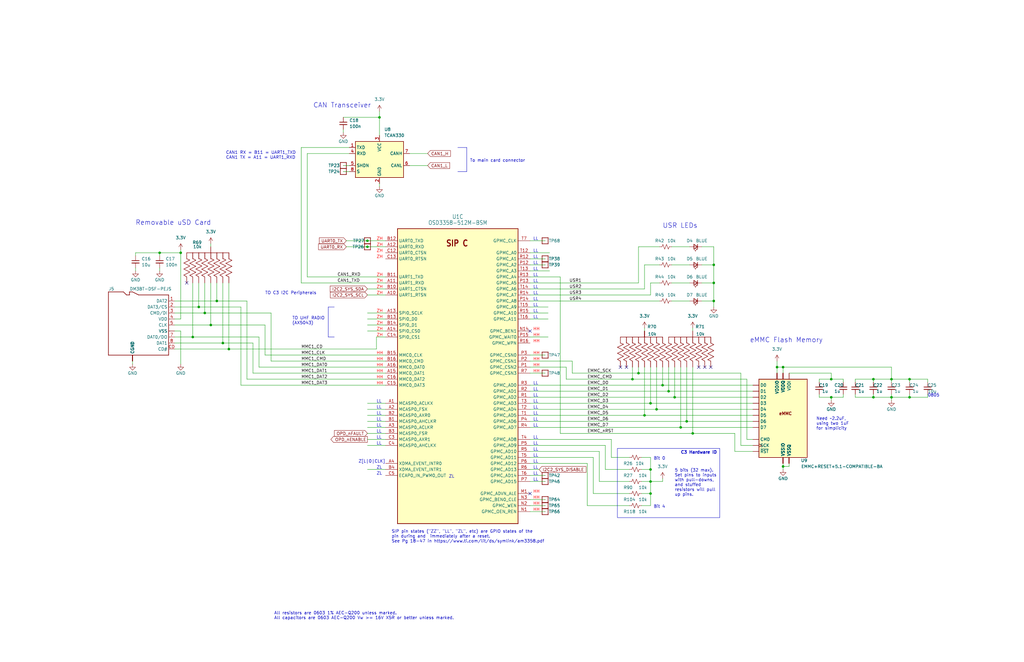
<source format=kicad_sch>
(kicad_sch (version 20230121) (generator eeschema)
  (paper "USLedger")
  (title_block (title "OreSat C3: OSD3358 SIP C") (date "2023-05-29") (rev "6.1"))
  (junction (at 274.32 208.28))
  (junction (at 67.31 106.68))
  (junction (at 88.9 137.16))
  (junction (at 350.52 167.64))
  (junction (at 327.66 154.94))
  (junction (at 96.52 147.32))
  (junction (at 383.54 167.64))
  (junction (at 81.28 142.24))
  (junction (at 91.44 127))
  (junction (at 284.48 167.64))
  (junction (at 274.32 170.18))
  (junction (at 350.52 160.02))
  (junction (at 274.32 203.2))
  (junction (at 375.92 167.64))
  (junction (at 271.78 175.26))
  (junction (at 279.4 162.56))
  (junction (at 160.02 49.53))
  (junction (at 368.3 160.02))
  (junction (at 86.36 132.08))
  (junction (at 276.86 172.72))
  (junction (at 289.56 177.8))
  (junction (at 300.99 127))
  (junction (at 93.98 144.78))
  (junction (at 383.54 160.02))
  (junction (at 292.1 182.88))
  (junction (at 368.3 167.64))
  (junction (at 83.82 129.54))
  (junction (at 281.94 165.1))
  (junction (at 266.7 160.02))
  (junction (at 287.02 180.34))
  (junction (at 375.92 160.02))
  (junction (at 76.2 106.68))
  (junction (at 154.94 104.14))
  (junction (at 330.2 154.94))
  (junction (at 274.32 198.12))
  (junction (at 154.94 101.6))
  (junction (at 300.99 111.76))
  (junction (at 300.99 119.38))
  (junction (at 269.24 157.48))
  (junction (at 330.2 196.85))
  (no_connect (at 78.74 119.38))
  (no_connect (at 261.62 154.94))
  (no_connect (at 264.16 154.94))
  (no_connect (at 294.64 154.94))
  (no_connect (at 297.18 154.94))
  (no_connect (at 299.72 154.94))
  (no_connect (at 223.52 208.28))
  (no_connect (at 223.52 139.7))
  (wire (pts (xy 295.91 119.38) (xy 300.99 119.38)))
  (wire (pts (xy 223.52 119.38) (xy 269.24 119.38)))
  (wire (pts (xy 383.54 166.37) (xy 383.54 167.64)))
  (wire (pts (xy 300.99 111.76) (xy 300.99 119.38)))
  (wire (pts (xy 368.3 166.37) (xy 368.3 167.64)))
  (wire (pts (xy 144.78 72.39) (xy 147.32 72.39)))
  (wire (pts (xy 274.32 198.12) (xy 270.51 198.12)))
  (wire (pts (xy 276.86 154.94) (xy 276.86 172.72)))
  (wire (pts (xy 327.66 152.4) (xy 327.66 154.94)))
  (wire (pts (xy 283.21 104.14) (xy 290.83 104.14)))
  (wire (pts (xy 309.88 190.5) (xy 317.5 190.5)))
  (wire (pts (xy 111.76 149.86) (xy 111.76 137.16)))
  (wire (pts (xy 57.15 113.03) (xy 57.15 114.3)))
  (wire (pts (xy 223.52 198.12) (xy 227.33 198.12)))
  (wire (pts (xy 238.76 154.94) (xy 238.76 160.02)))
  (wire (pts (xy 271.78 121.92) (xy 271.78 111.76)))
  (wire (pts (xy 223.52 190.5) (xy 252.73 190.5)))
  (wire (pts (xy 223.52 210.82) (xy 229.87 210.82)))
  (wire (pts (xy 250.19 193.04) (xy 250.19 208.28)))
  (wire (pts (xy 281.94 154.94) (xy 281.94 165.1)))
  (wire (pts (xy 223.52 132.08) (xy 231.14 132.08)))
  (wire (pts (xy 223.52 213.36) (xy 229.87 213.36)))
  (wire (pts (xy 162.56 160.02) (xy 104.14 160.02)))
  (wire (pts (xy 269.24 154.94) (xy 269.24 157.48)))
  (wire (pts (xy 236.22 182.88) (xy 292.1 182.88)))
  (wire (pts (xy 158.75 142.24) (xy 162.56 142.24)))
  (wire (pts (xy 360.68 161.29) (xy 360.68 160.02)))
  (wire (pts (xy 96.52 147.32) (xy 96.52 119.38)))
  (wire (pts (xy 162.56 132.08) (xy 154.94 132.08)))
  (wire (pts (xy 223.52 149.86) (xy 229.87 149.86)))
  (wire (pts (xy 223.52 172.72) (xy 276.86 172.72)))
  (wire (pts (xy 269.24 157.48) (xy 312.42 157.48)))
  (wire (pts (xy 391.16 166.37) (xy 391.16 167.64)))
  (wire (pts (xy 283.21 111.76) (xy 290.83 111.76)))
  (wire (pts (xy 160.02 49.53) (xy 160.02 57.15)))
  (wire (pts (xy 327.66 154.94) (xy 330.2 154.94)))
  (wire (pts (xy 114.3 132.08) (xy 86.36 132.08)))
  (wire (pts (xy 67.31 106.68) (xy 67.31 107.95)))
  (wire (pts (xy 57.15 106.68) (xy 67.31 106.68)))
  (wire (pts (xy 391.16 161.29) (xy 391.16 160.02)))
  (wire (pts (xy 383.54 160.02) (xy 391.16 160.02)))
  (wire (pts (xy 314.96 160.02) (xy 314.96 185.42)))
  (wire (pts (xy 309.88 182.88) (xy 309.88 190.5)))
  (wire (pts (xy 73.66 139.7) (xy 76.2 139.7)))
  (wire (pts (xy 265.43 203.2) (xy 252.73 203.2)))
  (wire (pts (xy 375.92 160.02) (xy 375.92 161.29)))
  (wire (pts (xy 265.43 208.28) (xy 250.19 208.28)))
  (polyline (pts (xy 193.04 62.23) (xy 196.85 62.23)))
  (wire (pts (xy 147.32 62.23) (xy 127 62.23)))
  (polyline (pts (xy 140.97 129.54) (xy 138.43 129.54)))
  (wire (pts (xy 160.02 46.99) (xy 160.02 49.53)))
  (wire (pts (xy 223.52 106.68) (xy 231.775 106.68)))
  (wire (pts (xy 274.32 208.28) (xy 270.51 208.28)))
  (wire (pts (xy 276.86 172.72) (xy 317.5 172.72)))
  (wire (pts (xy 144.78 54.61) (xy 144.78 55.88)))
  (wire (pts (xy 271.78 154.94) (xy 271.78 175.26)))
  (wire (pts (xy 154.94 177.8) (xy 162.56 177.8)))
  (wire (pts (xy 88.9 137.16) (xy 88.9 119.38)))
  (wire (pts (xy 146.05 104.14) (xy 154.94 104.14)))
  (wire (pts (xy 287.02 180.34) (xy 317.5 180.34)))
  (wire (pts (xy 281.94 165.1) (xy 317.5 165.1)))
  (wire (pts (xy 223.52 175.26) (xy 271.78 175.26)))
  (wire (pts (xy 330.2 196.85) (xy 332.74 196.85)))
  (wire (pts (xy 274.32 119.38) (xy 278.13 119.38)))
  (wire (pts (xy 375.92 167.64) (xy 375.92 168.91)))
  (wire (pts (xy 332.74 196.85) (xy 332.74 195.58)))
  (wire (pts (xy 279.4 154.94) (xy 279.4 162.56)))
  (wire (pts (xy 375.92 160.02) (xy 375.92 154.94)))
  (wire (pts (xy 368.3 167.64) (xy 375.92 167.64)))
  (wire (pts (xy 223.52 127) (xy 278.13 127)))
  (wire (pts (xy 279.4 201.93) (xy 279.4 203.2)))
  (wire (pts (xy 350.52 167.64) (xy 350.52 168.91)))
  (wire (pts (xy 96.52 147.32) (xy 158.75 147.32)))
  (wire (pts (xy 269.24 104.14) (xy 278.13 104.14)))
  (wire (pts (xy 274.32 170.18) (xy 317.5 170.18)))
  (wire (pts (xy 383.54 160.02) (xy 383.54 161.29)))
  (wire (pts (xy 162.56 124.46) (xy 154.94 124.46)))
  (wire (pts (xy 154.94 104.14) (xy 162.56 104.14)))
  (wire (pts (xy 274.32 193.04) (xy 274.32 198.12)))
  (wire (pts (xy 383.54 167.64) (xy 375.92 167.64)))
  (wire (pts (xy 111.76 149.86) (xy 162.56 149.86)))
  (wire (pts (xy 223.52 195.58) (xy 247.65 195.58)))
  (wire (pts (xy 93.98 144.78) (xy 93.98 119.38)))
  (wire (pts (xy 283.21 127) (xy 290.83 127)))
  (wire (pts (xy 76.2 105.41) (xy 76.2 106.68)))
  (wire (pts (xy 109.22 154.94) (xy 109.22 142.24)))
  (wire (pts (xy 274.32 198.12) (xy 274.32 203.2)))
  (wire (pts (xy 109.22 154.94) (xy 162.56 154.94)))
  (wire (pts (xy 88.9 102.87) (xy 88.9 104.14)))
  (wire (pts (xy 144.78 49.53) (xy 160.02 49.53)))
  (wire (pts (xy 172.72 64.77) (xy 180.34 64.77)))
  (wire (pts (xy 76.2 139.7) (xy 76.2 153.67)))
  (polyline (pts (xy 193.04 72.39) (xy 196.85 72.39)))
  (wire (pts (xy 223.52 193.04) (xy 250.19 193.04)))
  (wire (pts (xy 223.52 109.22) (xy 229.87 109.22)))
  (wire (pts (xy 269.24 119.38) (xy 269.24 104.14)))
  (wire (pts (xy 223.52 167.64) (xy 284.48 167.64)))
  (wire (pts (xy 223.52 157.48) (xy 229.87 157.48)))
  (wire (pts (xy 300.99 127) (xy 295.91 127)))
  (wire (pts (xy 223.52 101.6) (xy 229.87 101.6)))
  (wire (pts (xy 162.56 121.92) (xy 154.94 121.92)))
  (wire (pts (xy 252.73 190.5) (xy 252.73 203.2)))
  (wire (pts (xy 223.52 142.24) (xy 231.14 142.24)))
  (wire (pts (xy 266.7 160.02) (xy 314.96 160.02)))
  (wire (pts (xy 158.75 147.32) (xy 158.75 142.24)))
  (wire (pts (xy 83.82 129.54) (xy 73.66 129.54)))
  (wire (pts (xy 236.22 116.84) (xy 236.22 182.88)))
  (wire (pts (xy 274.32 124.46) (xy 274.32 119.38)))
  (polyline (pts (xy 138.43 142.24) (xy 140.97 142.24)))
  (wire (pts (xy 73.66 134.62) (xy 76.2 134.62)))
  (wire (pts (xy 223.52 121.92) (xy 271.78 121.92)))
  (wire (pts (xy 241.3 157.48) (xy 269.24 157.48)))
  (wire (pts (xy 127 119.38) (xy 162.56 119.38)))
  (wire (pts (xy 57.15 106.68) (xy 57.15 107.95)))
  (wire (pts (xy 154.94 175.26) (xy 162.56 175.26)))
  (wire (pts (xy 375.92 160.02) (xy 383.54 160.02)))
  (wire (pts (xy 160.02 77.47) (xy 160.02 78.74)))
  (wire (pts (xy 223.52 124.46) (xy 274.32 124.46)))
  (wire (pts (xy 154.94 134.62) (xy 162.56 134.62)))
  (wire (pts (xy 86.36 132.08) (xy 86.36 119.38)))
  (wire (pts (xy 223.52 134.62) (xy 231.14 134.62)))
  (wire (pts (xy 279.4 162.56) (xy 317.5 162.56)))
  (wire (pts (xy 289.56 154.94) (xy 289.56 177.8)))
  (wire (pts (xy 101.6 162.56) (xy 101.6 129.54)))
  (wire (pts (xy 332.74 157.48) (xy 350.52 157.48)))
  (wire (pts (xy 111.76 137.16) (xy 88.9 137.16)))
  (wire (pts (xy 114.3 152.4) (xy 114.3 132.08)))
  (wire (pts (xy 360.68 167.64) (xy 368.3 167.64)))
  (wire (pts (xy 292.1 182.88) (xy 309.88 182.88)))
  (wire (pts (xy 172.72 69.85) (xy 180.34 69.85)))
  (wire (pts (xy 330.2 196.85) (xy 330.2 198.12)))
  (wire (pts (xy 73.66 142.24) (xy 81.28 142.24)))
  (wire (pts (xy 101.6 129.54) (xy 83.82 129.54)))
  (wire (pts (xy 154.94 185.42) (xy 162.56 185.42)))
  (wire (pts (xy 81.28 142.24) (xy 109.22 142.24)))
  (wire (pts (xy 106.68 144.78) (xy 106.68 157.48)))
  (wire (pts (xy 274.32 203.2) (xy 274.32 208.28)))
  (wire (pts (xy 129.54 116.84) (xy 162.56 116.84)))
  (wire (pts (xy 223.52 152.4) (xy 241.3 152.4)))
  (wire (pts (xy 223.52 162.56) (xy 279.4 162.56)))
  (wire (pts (xy 295.91 104.14) (xy 300.99 104.14)))
  (wire (pts (xy 355.6 167.64) (xy 350.52 167.64)))
  (wire (pts (xy 274.32 213.36) (xy 274.32 208.28)))
  (wire (pts (xy 292.1 138.43) (xy 292.1 139.7)))
  (wire (pts (xy 368.3 160.02) (xy 368.3 161.29)))
  (wire (pts (xy 223.52 114.3) (xy 231.775 114.3)))
  (wire (pts (xy 330.2 195.58) (xy 330.2 196.85)))
  (polyline (pts (xy 138.43 129.54) (xy 138.43 142.24)))
  (wire (pts (xy 241.3 152.4) (xy 241.3 157.48)))
  (wire (pts (xy 345.44 167.64) (xy 350.52 167.64)))
  (wire (pts (xy 67.31 106.68) (xy 76.2 106.68)))
  (wire (pts (xy 265.43 213.36) (xy 247.65 213.36)))
  (wire (pts (xy 327.66 157.48) (xy 327.66 154.94)))
  (wire (pts (xy 295.91 111.76) (xy 300.99 111.76)))
  (wire (pts (xy 289.56 177.8) (xy 317.5 177.8)))
  (wire (pts (xy 73.66 147.32) (xy 96.52 147.32)))
  (wire (pts (xy 274.32 203.2) (xy 270.51 203.2)))
  (wire (pts (xy 317.5 187.96) (xy 312.42 187.96)))
  (wire (pts (xy 247.65 195.58) (xy 247.65 213.36)))
  (wire (pts (xy 154.94 170.18) (xy 162.56 170.18)))
  (wire (pts (xy 83.82 119.38) (xy 83.82 129.54)))
  (wire (pts (xy 274.32 154.94) (xy 274.32 170.18)))
  (wire (pts (xy 257.81 185.42) (xy 257.81 193.04)))
  (wire (pts (xy 368.3 160.02) (xy 375.92 160.02)))
  (wire (pts (xy 76.2 134.62) (xy 76.2 106.68)))
  (wire (pts (xy 375.92 166.37) (xy 375.92 167.64)))
  (wire (pts (xy 154.94 187.96) (xy 162.56 187.96)))
  (wire (pts (xy 265.43 198.12) (xy 255.27 198.12)))
  (wire (pts (xy 266.7 154.94) (xy 266.7 160.02)))
  (wire (pts (xy 127 62.23) (xy 127 119.38)))
  (wire (pts (xy 223.52 154.94) (xy 238.76 154.94)))
  (wire (pts (xy 114.3 152.4) (xy 162.56 152.4)))
  (wire (pts (xy 350.52 160.02) (xy 350.52 157.48)))
  (wire (pts (xy 255.27 198.12) (xy 255.27 187.96)))
  (wire (pts (xy 312.42 187.96) (xy 312.42 157.48)))
  (wire (pts (xy 271.78 111.76) (xy 278.13 111.76)))
  (wire (pts (xy 274.32 203.2) (xy 279.4 203.2)))
  (wire (pts (xy 391.16 167.64) (xy 383.54 167.64)))
  (wire (pts (xy 162.56 139.7) (xy 154.94 139.7)))
  (wire (pts (xy 283.21 119.38) (xy 290.83 119.38)))
  (wire (pts (xy 257.81 193.04) (xy 265.43 193.04)))
  (wire (pts (xy 300.99 129.54) (xy 300.99 127)))
  (wire (pts (xy 223.52 185.42) (xy 257.81 185.42)))
  (wire (pts (xy 154.94 180.34) (xy 162.56 180.34)))
  (wire (pts (xy 223.52 165.1) (xy 281.94 165.1)))
  (wire (pts (xy 360.68 160.02) (xy 368.3 160.02)))
  (wire (pts (xy 284.48 167.64) (xy 317.5 167.64)))
  (wire (pts (xy 73.66 137.16) (xy 88.9 137.16)))
  (wire (pts (xy 345.44 161.29) (xy 345.44 160.02)))
  (wire (pts (xy 360.68 166.37) (xy 360.68 167.64)))
  (wire (pts (xy 73.66 132.08) (xy 86.36 132.08)))
  (wire (pts (xy 238.76 160.02) (xy 266.7 160.02)))
  (wire (pts (xy 223.52 180.34) (xy 287.02 180.34)))
  (wire (pts (xy 300.99 119.38) (xy 300.99 127)))
  (wire (pts (xy 355.6 161.29) (xy 355.6 160.02)))
  (wire (pts (xy 154.94 182.88) (xy 162.56 182.88)))
  (wire (pts (xy 355.6 166.37) (xy 355.6 167.64)))
  (wire (pts (xy 154.94 198.12) (xy 162.56 198.12)))
  (wire (pts (xy 154.94 137.16) (xy 162.56 137.16)))
  (wire (pts (xy 284.48 154.94) (xy 284.48 167.64)))
  (wire (pts (xy 270.51 213.36) (xy 274.32 213.36)))
  (wire (pts (xy 375.92 154.94) (xy 330.2 154.94)))
  (wire (pts (xy 147.32 64.77) (xy 129.54 64.77)))
  (wire (pts (xy 292.1 154.94) (xy 292.1 182.88)))
  (wire (pts (xy 146.05 101.6) (xy 154.94 101.6)))
  (wire (pts (xy 287.02 154.94) (xy 287.02 180.34)))
  (wire (pts (xy 223.52 203.2) (xy 229.87 203.2)))
  (wire (pts (xy 91.44 127) (xy 104.14 127)))
  (wire (pts (xy 93.98 144.78) (xy 106.68 144.78)))
  (wire (pts (xy 271.78 138.43) (xy 271.78 139.7)))
  (wire (pts (xy 73.66 127) (xy 91.44 127)))
  (polyline (pts (xy 196.85 62.23) (xy 196.85 72.39)))
  (wire (pts (xy 345.44 166.37) (xy 345.44 167.64)))
  (wire (pts (xy 144.78 69.85) (xy 147.32 69.85)))
  (wire (pts (xy 73.66 144.78) (xy 93.98 144.78)))
  (wire (pts (xy 355.6 160.02) (xy 350.52 160.02)))
  (wire (pts (xy 223.52 129.54) (xy 231.14 129.54)))
  (wire (pts (xy 345.44 160.02) (xy 350.52 160.02)))
  (wire (pts (xy 223.52 170.18) (xy 274.32 170.18)))
  (wire (pts (xy 154.94 101.6) (xy 162.56 101.6)))
  (wire (pts (xy 330.2 154.94) (xy 330.2 157.48)))
  (wire (pts (xy 314.96 185.42) (xy 317.5 185.42)))
  (wire (pts (xy 223.52 111.76) (xy 229.87 111.76)))
  (wire (pts (xy 223.52 200.66) (xy 229.87 200.66)))
  (wire (pts (xy 270.51 193.04) (xy 274.32 193.04)))
  (wire (pts (xy 101.6 162.56) (xy 162.56 162.56)))
  (wire (pts (xy 223.52 177.8) (xy 289.56 177.8)))
  (wire (pts (xy 223.52 116.84) (xy 236.22 116.84)))
  (wire (pts (xy 55.88 152.4) (xy 55.88 153.67)))
  (wire (pts (xy 300.99 104.14) (xy 300.99 111.76)))
  (wire (pts (xy 223.52 215.9) (xy 229.87 215.9)))
  (wire (pts (xy 91.44 119.38) (xy 91.44 127)))
  (wire (pts (xy 223.52 187.96) (xy 255.27 187.96)))
  (wire (pts (xy 81.28 119.38) (xy 81.28 142.24)))
  (wire (pts (xy 104.14 160.02) (xy 104.14 127)))
  (wire (pts (xy 271.78 175.26) (xy 317.5 175.26)))
  (wire (pts (xy 129.54 64.77) (xy 129.54 116.84)))
  (wire (pts (xy 154.94 172.72) (xy 162.56 172.72)))
  (wire (pts (xy 67.31 113.03) (xy 67.31 114.3)))
  (wire (pts (xy 106.68 157.48) (xy 162.56 157.48)))
  (rectangle (start 260.35 189.23) (end 303.53 218.44))
  (text "CAN1 RX = B11 = UART1_TXD\nCAN1 TX = A11 = UART1_RXD" (at 95.25 67.31 0) (effects (font (size 1.27 1.27)) (justify left bottom)))
  (text "0805" (at 391.16 167.64 0) (effects (font (size 1.27 1.27)) (justify left bottom)))
  (text "5 bits (32 max). \nSet pins to inputs \nwith pull-downs,  \nand stuffed \nresistors will pull \nup pins." (at 284.48 209.55 0) (effects (font (size 1.27 1.27)) (justify left bottom)))
  (text "LL" (at 158.75 170.18 0) (effects (font (size 1.27 1.27)) (justify left bottom)))
  (text "LL" (at 158.75 182.88 0) (effects (font (size 1.27 1.27)) (justify left bottom)))
  (text "ZH" (at 158.75 134.62 0) (effects (font (size 1.27 1.27)) (justify left bottom)))
  (text "LL" (at 158.7355 172.6923 0) (effects (font (size 1.27 1.27)) (justify left bottom)))
  (text "ZH" (at 158.75 109.22 0) (effects (font (size 1.27 1.27)) (justify left bottom)))
  (text "ZH" (at 158.75 116.84 0) (effects (font (size 1.27 1.27)) (justify left bottom)))
  (text "ZH" (at 158.75 119.38 0) (effects (font (size 1.27 1.27)) (justify left bottom)))
  (text "HH" (at 224.79 152.4 0) (effects (font (size 1.27 1.27)) (justify left bottom)))
  (text "ZH" (at 158.75 132.08 0) (effects (font (size 1.27 1.27)) (justify left bottom)))
  (text "LL" (at 224.79 129.54 0) (effects (font (size 1.27 1.27)) (justify left bottom)))
  (text "LL" (at 224.79 185.42 0) (effects (font (size 1.27 1.27)) (justify left bottom)))
  (text "LL" (at 224.79 124.46 0) (effects (font (size 1.27 1.27)) (justify left bottom)))
  (text "LL" (at 224.79 165.1 0) (effects (font (size 1.27 1.27)) (justify left bottom)))
  (text "LL" (at 224.79 170.18 0) (effects (font (size 1.27 1.27)) (justify left bottom)))
  (text "eMMC Flash Memory" (at 316.23 144.78 0) (effects (font (size 2 2)) (justify left bottom)))
  (text "HH" (at 158.75 162.56 0) (effects (font (size 1.27 1.27)) (justify left bottom)))
  (text "ZH" (at 158.75 139.7 0) (effects (font (size 1.27 1.27)) (justify left bottom)))
  (text "LL" (at 224.79 193.04 0) (effects (font (size 1.27 1.27)) (justify left bottom)))
  (text "HH" (at 224.79 157.48 0) (effects (font (size 1.27 1.27)) (justify left bottom)))
  (text "LL" (at 224.79 172.72 0) (effects (font (size 1.27 1.27)) (justify left bottom)))
  (text "Removable uSD Card" (at 57.15 95.25 0) (effects (font (size 2 2)) (justify left bottom)))
  (text "C3 Hardware ID" (at 287.02 191.77 0) (effects (font (size 1.27 1.27) (thickness 0.254) bold) (justify left bottom)))
  (text "Need ~2.2uF, \nusing two 1uF\nfor simplicity" (at 344.17 181.61 0) (effects (font (size 1.27 1.27)) (justify left bottom)))
  (text "LL" (at 224.79 109.22 0) (effects (font (size 1.27 1.27)) (justify left bottom)))
  (text "LL" (at 224.79 121.92 0) (effects (font (size 1.27 1.27)) (justify left bottom)))
  (text "LL" (at 224.79 134.62 0) (effects (font (size 1.27 1.27)) (justify left bottom)))
  (text "LL" (at 224.79 106.68 0) (effects (font (size 1.27 1.27)) (justify left bottom)))
  (text "LL" (at 224.79 198.12 0) (effects (font (size 1.27 1.27)) (justify left bottom)))
  (text "LL" (at 224.79 162.56 0) (effects (font (size 1.27 1.27)) (justify left bottom)))
  (text "HH" (at 224.79 144.78 0) (effects (font (size 1.27 1.27)) (justify left bottom)))
  (text "LL" (at 224.79 175.26 0) (effects (font (size 1.27 1.27)) (justify left bottom)))
  (text "LL" (at 224.79 195.58 0) (effects (font (size 1.27 1.27)) (justify left bottom)))
  (text "LL" (at 224.79 200.66 0) (effects (font (size 1.27 1.27)) (justify left bottom)))
  (text "HH" (at 224.79 149.86 0) (effects (font (size 1.27 1.27)) (justify left bottom)))
  (text "LL" (at 224.79 132.08 0) (effects (font (size 1.27 1.27)) (justify left bottom)))
  (text "Bit 0" (at 275.59 194.31 0) (effects (font (size 1.27 1.27)) (justify left bottom)))
  (text "SIP pin states (\"ZZ\", \"LL\", \"ZL\", etc) are GPIO states of the\npin during and  immediately after a reset.  \nSee Pg 18-47 in https://www.ti.com/lit/ds/symlink/am3358.pdf\n" (at 165.1 229.235 0) (effects (font (size 1.27 1.27)) (justify left bottom)))
  (text "LL" (at 224.79 111.76 0) (effects (font (size 1.27 1.27)) (justify left bottom)))
  (text "To main card connector" (at 198.12 68.58 0) (effects (font (size 1.27 1.27)) (justify left bottom)))
  (text "LL" (at 224.79 203.2 0) (effects (font (size 1.27 1.27)) (justify left bottom)))
  (text "USR LEDs" (at 279.4 96.52 0) (effects (font (size 2 2)) (justify left bottom)))
  (text "LL" (at 158.75 185.42 0) (effects (font (size 1.27 1.27)) (justify left bottom)))
  (text "ZH" (at 158.75 101.6 0) (effects (font (size 1.27 1.27)) (justify left bottom)))
  (text "LL" (at 224.79 187.96 0) (effects (font (size 1.27 1.27)) (justify left bottom)))
  (text "Z[L|0|CLK]" (at 151.13 195.58 0) (effects (font (size 1.27 1.27)) (justify left bottom)))
  (text "HH" (at 224.79 139.7 0) (effects (font (size 1.27 1.27)) (justify left bottom)))
  (text "ZH" (at 158.75 106.68 0) (effects (font (size 1.27 1.27)) (justify left bottom)))
  (text "Bit 4" (at 275.59 214.63 0) (effects (font (size 1.27 1.27)) (justify left bottom)))
  (text "HH" (at 224.79 142.24 0) (effects (font (size 1.27 1.27)) (justify left bottom)))
  (text "LL" (at 224.79 180.34 0) (effects (font (size 1.27 1.27)) (justify left bottom)))
  (text "LL" (at 224.79 127 0) (effects (font (size 1.27 1.27)) (justify left bottom)))
  (text "LL" (at 224.79 119.38 0) (effects (font (size 1.27 1.27)) (justify left bottom)))
  (text "ZL" (at 189.23 201.93 0) (effects (font (size 1.27 1.27)) (justify left bottom)))
  (text "HH" (at 224.79 215.9 0) (effects (font (size 1.27 1.27)) (justify left bottom)))
  (text "ZH" (at 158.75 124.46 0) (effects (font (size 1.27 1.27)) (justify left bottom)))
  (text "LL" (at 224.79 114.3 0) (effects (font (size 1.27 1.27)) (justify left bottom)))
  (text "TO C3 I2C Peripherals" (at 111.76 124.46 0) (effects (font (size 1.27 1.27)) (justify left bottom)))
  (text "ZH" (at 158.75 137.16 0) (effects (font (size 1.27 1.27)) (justify left bottom)))
  (text "HH" (at 224.79 213.36 0) (effects (font (size 1.27 1.27)) (justify left bottom)))
  (text "ZL" (at 158.75 198.12 0) (effects (font (size 1.27 1.27)) (justify left bottom)))
  (text "ZH" (at 158.75 142.24 0) (effects (font (size 1.27 1.27)) (justify left bottom)))
  (text "HH" (at 158.75 160.02 0) (effects (font (size 1.27 1.27)) (justify left bottom)))
  (text "HH" (at 158.75 149.86 0) (effects (font (size 1.27 1.27)) (justify left bottom)))
  (text "LL" (at 158.75 180.34 0) (effects (font (size 1.27 1.27)) (justify left bottom)))
  (text "ZH" (at 158.75 121.92 0) (effects (font (size 1.27 1.27)) (justify left bottom)))
  (text "LL" (at 224.79 177.8 0) (effects (font (size 1.27 1.27)) (justify left bottom)))
  (text "LL" (at 224.79 190.5 0) (effects (font (size 1.27 1.27)) (justify left bottom)))
  (text "HH" (at 158.75 152.4 0) (effects (font (size 1.27 1.27)) (justify left bottom)))
  (text "HH" (at 224.79 154.94 0) (effects (font (size 1.27 1.27)) (justify left bottom)))
  (text "HH" (at 158.75 154.94 0) (effects (font (size 1.27 1.27)) (justify left bottom)))
  (text "All resistors are 0603 1% AEC-Q200 unless marked.\nAll capacitors are 0603 AEC-Q200 Vw >= 16V X5R or better unless marked." (at 115.57 261.62 0) (effects (font (size 1.27 1.27)) (justify left bottom)))
  (text "LL" (at 158.75 177.8 0) (effects (font (size 1.27 1.27)) (justify left bottom)))
  (text "LL" (at 224.79 101.6 0) (effects (font (size 1.27 1.27)) (justify left bottom)))
  (text "CAN Transceiver" (at 132.08 45.72 0) (effects (font (size 2 2)) (justify left bottom)))
  (text "LL" (at 158.75 187.96 0) (effects (font (size 1.27 1.27)) (justify left bottom)))
  (text "LL" (at 158.75 175.26 0) (effects (font (size 1.27 1.27)) (justify left bottom)))
  (text "ZL" (at 158.75 200.66 0) (effects (font (size 1.27 1.27)) (justify left bottom)))
  (text "ZH" (at 158.75 104.14 0) (effects (font (size 1.27 1.27)) (justify left bottom)))
  (text "TO UHF RADIO\n(AX5043)" (at 123.19 137.16 0) (effects (font (size 1.27 1.27)) (justify left bottom)))
  (text "LL" (at 224.79 167.64 0) (effects (font (size 1.27 1.27)) (justify left bottom)))
  (text "HH" (at 158.75 157.48 0) (effects (font (size 1.27 1.27)) (justify left bottom)))
  (text "LL" (at 224.79 116.84 0) (effects (font (size 1.27 1.27)) (justify left bottom)))
  (text "HH" (at 224.79 208.28 0) (effects (font (size 1.27 1.27)) (justify left bottom)))
  (text "HH" (at 224.79 210.82 0) (effects (font (size 1.27 1.27)) (justify left bottom)))
  (label "EMMC_D6" (at 247.65 177.8 0))
  (label "USR3" (at 240.03 124.46 0))
  (label "USR4" (at 240.03 127 0))
  (label "CAN1_RXD" (at 142.24 116.84 0))
  (label "EMMC_D0" (at 247.65 162.56 0))
  (label "USR2" (at 240.03 121.92 0))
  (label "EMMC_CMD" (at 247.65 160.02 0))
  (label "MMC1_CMD" (at 127 152.4 0))
  (label "MMC1_DAT3" (at 127 162.56 0))
  (label "EMMC_nRST" (at 247.65 182.88 0))
  (label "EMMC_SCK" (at 247.65 157.48 0))
  (label "EMMC_D4" (at 247.65 172.72 0))
  (label "USR1" (at 240.03 119.38 0))
  (label "MMC1_DAT1" (at 127 157.48 0))
  (label "CAN1_TXD" (at 142.24 119.38 0))
  (label "MMC1_CLK" (at 127 149.86 0))
  (label "MMC1_CD" (at 127 147.32 0))
  (label "EMMC_D7" (at 247.65 180.34 0))
  (label "EMMC_D3" (at 247.65 170.18 0))
  (label "MMC1_DAT0" (at 127 154.94 0))
  (label "EMMC_D2" (at 247.65 167.64 0))
  (label "EMMC_D5" (at 247.65 175.26 0))
  (label "EMMC_D1" (at 247.65 165.1 0))
  (label "MMC1_DAT2" (at 127 160.02 0))
  (global_label "I2C2_SYS_DISABLE" (shape input) (at 227.33 198.12 0) (property "Intersheetrefs" "${INTERSHEET_REFS}" (at 247.6718 198.12 0) (effects (justify left))))
  (global_label "OPD_nENABLE" (shape output) (at 154.94 185.42 180) (property "Intersheetrefs" "${INTERSHEET_REFS}" (at 139.0319 185.42 0) (effects (justify right))))
  (global_label "I2C2_SYS_SDA" (shape input) (at 154.94 121.92 180) (property "Intersheetrefs" "${INTERSHEET_REFS}" (at 138.7295 121.92 0) (effects (justify right))))
  (global_label "I2C2_SYS_SCL" (shape input) (at 154.94 124.46 180) (property "Intersheetrefs" "${INTERSHEET_REFS}" (at 138.79 124.46 0) (effects (justify right))))
  (global_label "UART0_RX" (shape input) (at 146.05 104.14 180) (property "Intersheetrefs" "${INTERSHEET_REFS}" (at 133.8309 104.14 0) (effects (justify right))))
  (global_label "CAN1_L" (shape input) (at 180.34 69.85 0) (property "Intersheetrefs" "${INTERSHEET_REFS}" (at 190.1401 69.85 0) (effects (justify left))))
  (global_label "OPD_nFAULT" (shape input) (at 154.94 182.88 180) (property "Intersheetrefs" "${INTERSHEET_REFS}" (at 140.5437 182.88 0) (effects (justify right))))
  (global_label "CAN1_H" (shape input) (at 180.34 64.77 0) (property "Intersheetrefs" "${INTERSHEET_REFS}" (at 190.4425 64.77 0) (effects (justify left))))
  (global_label "UART0_TX" (shape input) (at 146.05 101.6 180) (property "Intersheetrefs" "${INTERSHEET_REFS}" (at 134.1333 101.6 0) (effects (justify right))))
  (symbol (lib_id "oresat-misc:Test-Point-1mm-round") (at 154.94 104.14 0) (unit 1)
    (property "Reference" "TP26" (at 148.59 104.14 0) (effects (justify left)))
    (property "Value" "Test-Point" (effects hide))
    (property "Footprint" "oresat-misc:TestPoint_Pad_D1.0mm" (effects hide))
  )
  (symbol (lib_id "oresat-misc:Test-Point-1mm-round") (at 229.87 109.22 180) (unit 1)
    (property "Reference" "TP38" (at 236.22 109.22 0) (effects (justify left)))
    (property "Value" "Test-Point" (effects hide))
    (property "Footprint" "oresat-misc:TestPoint_Pad_D1.0mm" (effects hide))
  )
  (symbol (lib_id "Device:R_Small_US") (at 267.97 213.36 270) (unit 1)
    (property "Reference" "R118" (at 262.89 215.9 90) (effects (justify left)))
    (property "Value" "10k" (at 269.24 215.9 90) (effects (justify left)))
    (property "Footprint" "Resistor_SMD:R_0603_1608Metric" (effects hide))
  )
  (symbol (lib_id "oresat-power:3.3V") (at 292.1 138.43 0) (unit 1)
    (property "Reference" "#3V0106" (effects hide))
    (property "Value" "3.3V" (at 292.1 133.35 0))
  )
  (symbol (lib_id "power:GND") (at 375.92 168.91 0) (unit 1)
    (property "Reference" "#PWR0150" (effects hide))
    (property "Value" "GND" (at 375.92 172.72 0))
  )
  (symbol (lib_id "oresat-misc:Test-Point-1mm-round") (at 229.87 101.6 90) (unit 1)
    (property "Reference" "TP68" (at 236.22 101.6 90) (effects (justify left)))
    (property "Value" "Test-Point" (effects hide))
    (property "Footprint" "oresat-misc:TestPoint_Pad_D1.0mm" (effects hide))
  )
  (symbol (lib_id "power:GND") (at 55.88 153.67 0) (unit 1)
    (property "Reference" "#PWR0157" (effects hide))
    (property "Value" "GND" (at 55.88 157.48 0))
  )
  (symbol (lib_id "oresat-misc:Test-Point-1mm-round") (at 229.87 203.2 90) (unit 1)
    (property "Reference" "TP46" (at 236.22 203.2 90) (effects (justify left)))
    (property "Value" "Test-Point" (effects hide))
    (property "Footprint" "oresat-misc:TestPoint_Pad_D1.0mm" (effects hide))
  )
  (symbol (lib_id "Device:LED_Small") (at 293.37 104.14 180) (unit 1)
    (property "Reference" "D4" (at 290.83 101.6 0))
    (property "Value" "BLUE" (at 295.91 101.6 0))
    (property "Footprint" "LED_SMD:LED_0603_1608Metric" (effects hide))
  )
  (symbol (lib_id "Device:R_Small_US") (at 280.67 119.38 90) (unit 1)
    (property "Reference" "R44" (at 278.13 116.84 90))
    (property "Value" "10k" (at 283.21 116.84 90))
    (property "Footprint" "Resistor_SMD:R_0603_1608Metric" (effects hide))
  )
  (symbol (lib_id "Device:C_Small") (at 360.68 163.83 0) (mirror y) (unit 1)
    (property "Reference" "C21" (at 364.49 162.56 0) (effects (justify left)))
    (property "Value" "1u" (at 364.49 165.1 0) (effects (justify left)))
    (property "Footprint" "Capacitor_SMD:C_0603_1608Metric" (effects hide))
  )
  (symbol (lib_id "Device:C_Small") (at 383.54 163.83 0) (mirror y) (unit 1)
    (property "Reference" "C24" (at 387.35 162.56 0) (effects (justify left)))
    (property "Value" "1u" (at 387.35 165.1 0) (effects (justify left)))
    (property "Footprint" "Capacitor_SMD:C_0603_1608Metric" (effects hide))
  )
  (symbol (lib_id "oresat-power:3.3V") (at 88.9 102.87 0) (unit 1)
    (property "Reference" "#3V0102" (effects hide))
    (property "Value" "3.3V" (at 88.9 97.79 0))
  )
  (symbol (lib_id "oresat-ics:EMMC+RESET+5.1-COMPATIBLE-BA") (at 330.2 175.26 0) (unit 1)
    (property "Reference" "U9" (at 339.09 194.31 0))
    (property "Value" "EMMC+RESET+5.1-COMPATIBLE-BA" (at 337.82 196.85 0) (effects (justify left)))
    (property "Footprint" "oresat-ics:BGA-153(11.5X13)(EMMC-BA)" (effects hide))
    (property "Datasheet" "https://www.issi.com/WW/pdf/IS21_22ES08G.pdf" (effects hide))
  )
  (symbol (lib_id "oresat-power:3.3V") (at 327.66 152.4 0) (unit 1)
    (property "Reference" "#3V0108" (effects hide))
    (property "Value" "3.3V" (at 327.66 147.32 0))
  )
  (symbol (lib_id "Device:R_Small_US") (at 280.67 104.14 90) (unit 1)
    (property "Reference" "R42" (at 278.13 101.6 90))
    (property "Value" "10k" (at 283.21 101.6 90))
    (property "Footprint" "Resistor_SMD:R_0603_1608Metric" (effects hide))
  )
  (symbol (lib_id "Device:R_Small_US") (at 267.97 198.12 270) (unit 1)
    (property "Reference" "R27" (at 262.89 200.66 90) (effects (justify left)))
    (property "Value" "10k" (at 269.24 200.66 90) (effects (justify left)))
    (property "Footprint" "Resistor_SMD:R_0603_1608Metric" (effects hide))
  )
  (symbol (lib_id "Device:C_Small") (at 57.15 110.49 0) (unit 1)
    (property "Reference" "C16" (at 59.69 109.2262 0) (effects (justify left)))
    (property "Value" "10u" (at 59.69 111.7662 0) (effects (justify left)))
    (property "Footprint" "Capacitor_SMD:C_0805_2012Metric" (effects hide))
  )
  (symbol (lib_id "Interface_CAN_LIN:TCAN330") (at 160.02 67.31 0) (unit 1)
    (property "Reference" "U8" (at 162.0394 54.61 0) (effects (justify left)))
    (property "Value" "TCAN330" (at 162.0394 57.15 0) (effects (justify left)))
    (property "Footprint" "Package_TO_SOT_SMD:SOT-23-8" (effects hide))
    (property "Datasheet" "http://www.ti.com/lit/ds/symlink/tcan337.pdf" (effects hide))
  )
  (symbol (lib_id "Device:C_Small") (at 368.3 163.83 0) (mirror y) (unit 1)
    (property "Reference" "C22" (at 372.11 162.56 0) (effects (justify left)))
    (property "Value" "1u" (at 372.11 165.1 0) (effects (justify left)))
    (property "Footprint" "Capacitor_SMD:C_0603_1608Metric" (effects hide))
  )
  (symbol (lib_id "oresat-power:3.3V") (at 160.02 46.99 0) (unit 1)
    (property "Reference" "#3V0105" (effects hide))
    (property "Value" "3.3V" (at 160.02 41.91 0))
  )
  (symbol (lib_id "power:GND") (at 300.99 129.54 0) (unit 1)
    (property "Reference" "#PWR0153" (effects hide))
    (property "Value" "GND" (at 300.99 133.35 0))
  )
  (symbol (lib_id "power:GND") (at 76.2 153.67 0) (unit 1)
    (property "Reference" "#PWR0158" (effects hide))
    (property "Value" "GND" (at 76.2 157.48 0))
  )
  (symbol (lib_id "oresat-misc:Test-Point-1mm-round") (at 144.78 69.85 0) (unit 1)
    (property "Reference" "TP23" (at 138.43 69.85 0) (effects (justify left)))
    (property "Value" "Test-Point" (effects hide))
    (property "Footprint" "oresat-misc:TestPoint_Pad_D1.0mm" (effects hide))
  )
  (symbol (lib_id "power:GND") (at 350.52 168.91 0) (unit 1)
    (property "Reference" "#PWR0152" (effects hide))
    (property "Value" "GND" (at 350.52 172.72 0))
  )
  (symbol (lib_id "power:GND") (at 57.15 114.3 0) (unit 1)
    (property "Reference" "#PWR0154" (effects hide))
    (property "Value" "GND" (at 57.15 118.11 0))
  )
  (symbol (lib_id "power:GND") (at 67.31 114.3 0) (unit 1)
    (property "Reference" "#PWR0155" (effects hide))
    (property "Value" "GND" (at 67.31 118.11 0))
  )
  (symbol (lib_id "Device:C_Small") (at 345.44 163.83 0) (mirror y) (unit 1)
    (property "Reference" "C19" (at 349.25 162.56 0) (effects (justify left)))
    (property "Value" "1u" (at 349.25 165.1 0) (effects (justify left)))
    (property "Footprint" "Capacitor_SMD:C_0603_1608Metric" (effects hide))
  )
  (symbol (lib_id "oresat-misc:Test-Point-1mm-round") (at 229.87 157.48 180) (unit 1)
    (property "Reference" "TP48" (at 236.22 157.48 0) (effects (justify left)))
    (property "Value" "Test-Point" (effects hide))
    (property "Footprint" "oresat-misc:TestPoint_Pad_D1.0mm" (effects hide))
  )
  (symbol (lib_id "Device:R_Small_US") (at 267.97 208.28 270) (unit 1)
    (property "Reference" "R104" (at 262.89 210.82 90) (effects (justify left)))
    (property "Value" "10k" (at 269.24 210.82 90) (effects (justify left)))
    (property "Footprint" "Resistor_SMD:R_0603_1608Metric" (effects hide))
  )
  (symbol (lib_id "Device:LED_Small") (at 293.37 111.76 180) (unit 1)
    (property "Reference" "D5" (at 290.83 109.22 0))
    (property "Value" "BLUE" (at 295.91 109.22 0))
    (property "Footprint" "LED_SMD:LED_0603_1608Metric" (effects hide))
  )
  (symbol (lib_id "oresat-power:3.3V") (at 271.78 138.43 0) (unit 1)
    (property "Reference" "#3V0107" (effects hide))
    (property "Value" "3.3V" (at 271.78 133.35 0))
  )
  (symbol (lib_id "oresat-ics:OSD3358-512M-BSM") (at 193.04 157.48 0) (unit 3)
    (property "Reference" "U1" (at 193.04 91.44 0) (effects (font (size 1.778 1.5113))))
    (property "Value" "OSD3358-512M-BSM" (at 193.04 93.98 0) (effects (font (size 1.778 1.5113))))
    (property "Footprint" "oresat-ics:U-Octavo-OSD335X-BGA-256" (effects hide))
    (property "Description" "OSD335x Embedded Module 1GHz 512MB" (effects hide))
    (property "Distributor" "DigiKey" (effects hide))
    (property "MPN" "OSD3358-512M-BSM" (effects hide))
  )
  (symbol (lib_id "Device:C_Small") (at 144.78 52.07 0) (unit 1)
    (property "Reference" "C18" (at 147.32 50.8062 0) (effects (justify left)))
    (property "Value" "100n" (at 147.32 53.3462 0) (effects (justify left)))
    (property "Footprint" "Capacitor_SMD:C_0603_1608Metric" (effects hide))
  )
  (symbol (lib_id "oresat-misc:Test-Point-1mm-round") (at 229.87 213.36 90) (unit 1)
    (property "Reference" "TP65" (at 236.22 213.36 90) (effects (justify left)))
    (property "Value" "Test-Point" (effects hide))
    (property "Footprint" "oresat-misc:TestPoint_Pad_D1.0mm" (effects hide))
  )
  (symbol (lib_id "Device:R_Small_US") (at 280.67 111.76 90) (unit 1)
    (property "Reference" "R43" (at 278.13 109.22 90))
    (property "Value" "10k" (at 283.21 109.22 90))
    (property "Footprint" "Resistor_SMD:R_0603_1608Metric" (effects hide))
  )
  (symbol (lib_id "oresat-misc:Test-Point-1mm-round") (at 229.87 149.86 180) (unit 1)
    (property "Reference" "TP47" (at 236.22 149.86 0) (effects (justify left)))
    (property "Value" "Test-Point" (effects hide))
    (property "Footprint" "oresat-misc:TestPoint_Pad_D1.0mm" (effects hide))
  )
  (symbol (lib_id "oresat-power:3.3V") (at 76.2 105.41 0) (unit 1)
    (property "Reference" "#3V0101" (effects hide))
    (property "Value" "3.3V" (at 76.2 100.33 0))
  )
  (symbol (lib_id "oresat-misc:Test-Point-1mm-round") (at 229.87 111.76 180) (unit 1)
    (property "Reference" "TP39" (at 236.22 111.76 0) (effects (justify left)))
    (property "Value" "Test-Point" (effects hide))
    (property "Footprint" "oresat-misc:TestPoint_Pad_D1.0mm" (effects hide))
  )
  (symbol (lib_id "oresat-misc:Test-Point-1mm-round") (at 154.94 101.6 180) (unit 1)
    (property "Reference" "TP27" (at 153.67 101.6 0) (effects (justify left)))
    (property "Value" "Test-Point" (effects hide))
    (property "Footprint" "oresat-misc:TestPoint_Pad_D1.0mm" (effects hide))
  )
  (symbol (lib_id "oresat-power:3.3V") (at 279.4 201.93 0) (unit 1)
    (property "Reference" "#3V05" (effects hide))
    (property "Value" "3.3V" (at 279.4 196.85 0))
  )
  (symbol (lib_id "Device:LED_Small") (at 293.37 119.38 180) (unit 1)
    (property "Reference" "D6" (at 290.83 116.84 0))
    (property "Value" "BLUE" (at 295.91 116.84 0))
    (property "Footprint" "LED_SMD:LED_0603_1608Metric" (effects hide))
  )
  (symbol (lib_id "oresat-misc:Test-Point-1mm-round") (at 144.78 72.39 0) (unit 1)
    (property "Reference" "TP24" (at 138.43 72.39 0) (effects (justify left)))
    (property "Value" "Test-Point" (effects hide))
    (property "Footprint" "oresat-misc:TestPoint_Pad_D1.0mm" (effects hide))
  )
  (symbol (lib_id "Device:C_Small") (at 375.92 163.83 0) (mirror y) (unit 1)
    (property "Reference" "C23" (at 379.73 162.56 0) (effects (justify left)))
    (property "Value" "1u" (at 379.73 165.1 0) (effects (justify left)))
    (property "Footprint" "Capacitor_SMD:C_0603_1608Metric" (effects hide))
  )
  (symbol (lib_id "Device:R_Small_US") (at 267.97 193.04 270) (unit 1)
    (property "Reference" "R26" (at 262.89 195.58 90) (effects (justify left)))
    (property "Value" "10k" (at 267.97 195.58 90) (effects (justify left)))
    (property "Footprint" "Resistor_SMD:R_0603_1608Metric" (effects hide))
  )
  (symbol (lib_id "oresat-misc:Test-Point-1mm-round") (at 229.87 215.9 90) (unit 1)
    (property "Reference" "TP66" (at 236.22 215.9 90) (effects (justify left)))
    (property "Value" "Test-Point" (effects hide))
    (property "Footprint" "oresat-misc:TestPoint_Pad_D1.0mm" (effects hide))
  )
  (symbol (lib_id "Device:C_Small") (at 391.16 163.83 0) (mirror y) (unit 1)
    (property "Reference" "C25" (at 394.97 162.56 0) (effects (justify left)))
    (property "Value" "10u" (at 394.97 165.1 0) (effects (justify left)))
    (property "Footprint" "Capacitor_SMD:C_0805_2012Metric" (effects hide))
  )
  (symbol (lib_id "oresat-misc:Test-Point-1mm-round") (at 229.87 200.66 90) (unit 1)
    (property "Reference" "TP42" (at 236.22 200.66 90) (effects (justify left)))
    (property "Value" "Test-Point" (effects hide))
    (property "Footprint" "oresat-misc:TestPoint_Pad_D1.0mm" (effects hide))
  )
  (symbol (lib_id "oresat-connectors:DM3BT-DSF-PEJS") (at 58.42 137.16 0) (mirror y) (unit 1)
    (property "Reference" "J5" (at 46.99 121.92 0))
    (property "Value" "DM3BT-DSF-PEJS" (at 63.5 121.92 0))
    (property "Footprint" "oresat-connectors:J-Hirose-DM3BT-DSF-PEJS" (effects hide))
    (property "Datasheet" "https://www.hirose.com/product/document?clcode=CL0609-0033-6-00&productname=DM3AT-SF-PEJ2M5&series=DM3&documenttype=Catalog&lang=en&documentid=D49662_en" (effects hide))
  )
  (symbol (lib_id "power:GND") (at 160.02 78.74 0) (unit 1)
    (property "Reference" "#PWR0159" (effects hide))
    (property "Value" "GND" (at 160.02 82.55 0))
  )
  (symbol (lib_id "Device:C_Small") (at 355.6 163.83 0) (unit 1)
    (property "Reference" "C20" (at 351.79 162.56 0) (effects (justify left)))
    (property "Value" "1u" (at 351.79 165.1 0) (effects (justify left)))
    (property "Footprint" "Capacitor_SMD:C_0603_1608Metric" (effects hide))
  )
  (symbol (lib_id "Device:LED_Small") (at 293.37 127 180) (unit 1)
    (property "Reference" "D7" (at 290.83 124.46 0))
    (property "Value" "BLUE" (at 295.91 124.46 0))
    (property "Footprint" "LED_SMD:LED_0603_1608Metric" (effects hide))
  )
  (symbol (lib_id "oresat-passives:EXB-A10P391J") (at 78.74 106.68 90) (unit 1)
    (property "Reference" "R69" (at 85.09 101.6 90) (effects (justify left bottom)))
    (property "Value" "10k" (at 85.09 104.14 90) (effects (justify left)))
    (property "Footprint" "oresat-passives:Panasonic_Resistor_Array_EXBA10" (effects hide))
    (property "Datasheet" "http://www.vishay.com/docs/31509/csc.pdf" (effects hide))
  )
  (symbol (lib_id "Device:R_Small_US") (at 280.67 127 90) (unit 1)
    (property "Reference" "R45" (at 278.13 124.46 90))
    (property "Value" "10k" (at 283.21 124.46 90))
    (property "Footprint" "Resistor_SMD:R_0603_1608Metric" (effects hide))
  )
  (symbol (lib_id "oresat-misc:Test-Point-1mm-round") (at 229.87 210.82 90) (unit 1)
    (property "Reference" "TP64" (at 236.22 210.82 90) (effects (justify left)))
    (property "Value" "Test-Point" (effects hide))
    (property "Footprint" "oresat-misc:TestPoint_Pad_D1.0mm" (effects hide))
  )
  (symbol (lib_id "Device:C_Small") (at 67.31 110.49 0) (unit 1)
    (property "Reference" "C17" (at 69.85 109.2262 0) (effects (justify left)))
    (property "Value" "100n" (at 69.85 111.7662 0) (effects (justify left)))
    (property "Footprint" "Capacitor_SMD:C_0603_1608Metric" (effects hide))
  )
  (symbol (lib_id "Device:R_Small_US") (at 267.97 203.2 270) (unit 1)
    (property "Reference" "R90" (at 262.89 205.74 90) (effects (justify left)))
    (property "Value" "10k" (at 269.24 205.74 90) (effects (justify left)))
    (property "Footprint" "Resistor_SMD:R_0603_1608Metric" (effects hide))
  )
  (symbol (lib_id "oresat-passives:EXB-A10P391J") (at 261.62 142.24 90) (unit 1)
    (property "Reference" "R70" (at 276.86 137.16 90) (effects (justify left bottom)))
    (property "Value" "10k" (at 276.86 140.97 90) (effects (justify left)))
    (property "Footprint" "oresat-passives:Panasonic_Resistor_Array_EXBA10" (effects hide))
    (property "Datasheet" "http://www.vishay.com/docs/31509/csc.pdf" (effects hide))
  )
  (symbol (lib_id "oresat-passives:EXB-A10P391J") (at 281.94 142.24 90) (unit 1)
    (property "Reference" "R71" (at 297.18 137.16 90) (effects (justify left bottom)))
    (property "Value" "10k" (at 297.18 140.97 90) (effects (justify left)))
    (property "Footprint" "oresat-passives:Panasonic_Resistor_Array_EXBA10" (effects hide))
    (property "Datasheet" "http://www.vishay.com/docs/31509/csc.pdf" (effects hide))
  )
  (symbol (lib_id "power:GND") (at 330.2 198.12 0) (unit 1)
    (property "Reference" "#PWR0151" (effects hide))
    (property "Value" "GND" (at 330.2 201.93 0))
  )
  (symbol (lib_id "power:GND") (at 144.78 55.88 0) (unit 1)
    (property "Reference" "#PWR0156" (effects hide))
    (property "Value" "GND" (at 144.78 59.69 0))
  )
)
</source>
